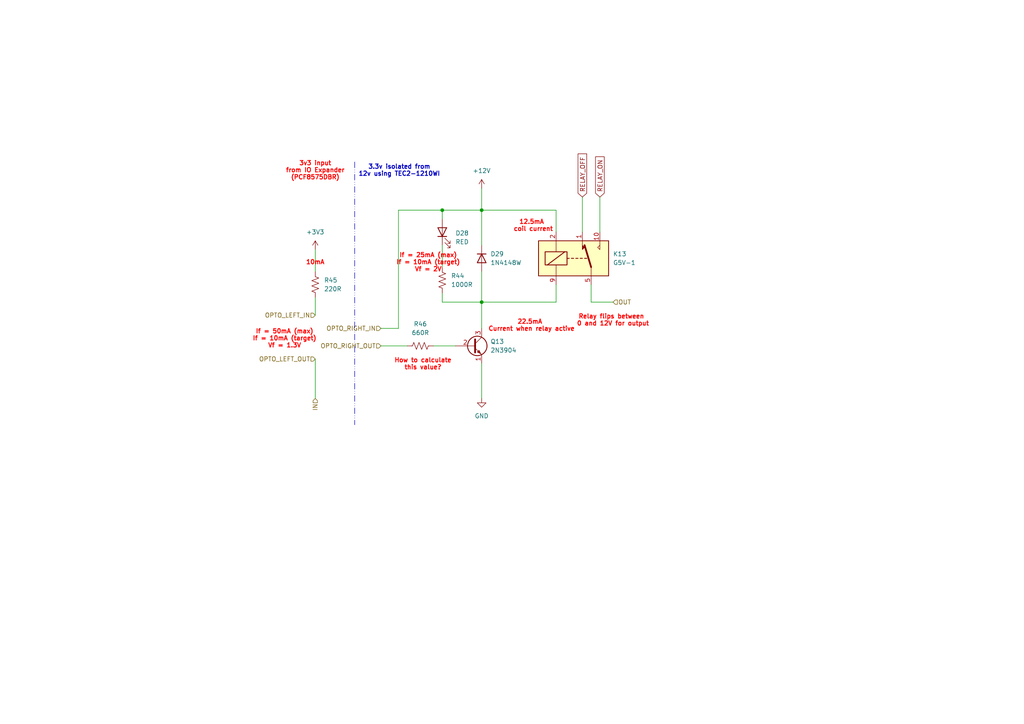
<source format=kicad_sch>
(kicad_sch (version 20231120) (generator "eeschema") (generator_version "8.0")
  (paper "A4")
  (lib_symbols
    (symbol "Device:D" (pin_numbers hide) (pin_names (offset 1.016) hide)
      (property "Reference" "D" (at 0 2.54 0))
      (property "Value" "D" (at 0 -2.54 0))
      (symbol "D_0_1"
        (polyline (pts (xy -1.27 1.27) (xy -1.27 -1.27)) (stroke (width 0.254)))
        (polyline (pts (xy 1.27 0) (xy -1.27 0)))
        (polyline (pts (xy 1.27 1.27) (xy 1.27 -1.27) (xy -1.27 0) (xy 1.27 1.27)) (stroke (width 0.254)))
      )
      (symbol "D_1_1"
        (pin passive line (at -3.81 0 0) (length 2.54) (name "K") (number "1"))
        (pin passive line (at 3.81 0 180) (length 2.54) (name "A") (number "2"))
      )
    )
    (symbol "Device:LED" (pin_numbers hide) (pin_names (offset 1.016) hide)
      (property "Reference" "D" (at 0 2.54 0))
      (property "Value" "LED" (at 0 -2.54 0))
      (symbol "LED_0_1"
        (polyline (pts (xy -1.27 -1.27) (xy -1.27 1.27)) (stroke (width 0.254)))
        (polyline (pts (xy -1.27 0) (xy 1.27 0)))
        (polyline (pts (xy 1.27 -1.27) (xy 1.27 1.27) (xy -1.27 0) (xy 1.27 -1.27)) (stroke (width 0.254)))
        (polyline (pts (xy -3.048 -0.762) (xy -4.572 -2.286) (xy -3.81 -2.286) (xy -4.572 -2.286) (xy -4.572 -1.524)))
        (polyline (pts (xy -1.778 -0.762) (xy -3.302 -2.286) (xy -2.54 -2.286) (xy -3.302 -2.286) (xy -3.302 -1.524)))
      )
      (symbol "LED_1_1"
        (pin passive line (at -3.81 0 0) (length 2.54) (name "K") (number "1"))
        (pin passive line (at 3.81 0 180) (length 2.54) (name "A") (number "2"))
      )
    )
    (symbol "Device:R_US" (pin_numbers hide) (pin_names (offset 0))
      (property "Reference" "R" (at 2.54 0 90))
      (property "Value" "R_US" (at -2.54 0 90))
      (symbol "R_US_0_1"
        (polyline (pts (xy 0 -2.286) (xy 0 -2.54)))
        (polyline (pts (xy 0 2.286) (xy 0 2.54)))
        (polyline (pts (xy 0 -0.762) (xy 1.016 -1.143) (xy 0 -1.524) (xy -1.016 -1.905) (xy 0 -2.286)))
        (polyline (pts (xy 0 0.762) (xy 1.016 0.381) (xy 0 0) (xy -1.016 -0.381) (xy 0 -0.762)))
        (polyline (pts (xy 0 2.286) (xy 1.016 1.905) (xy 0 1.524) (xy -1.016 1.143) (xy 0 0.762)))
      )
      (symbol "R_US_1_1"
        (pin passive line (at 0 3.81 270) (length 1.27) (name "~") (number "1"))
        (pin passive line (at 0 -3.81 90) (length 1.27) (name "~") (number "2"))
      )
    )
    (symbol "Relay:G5V-1"
      (property "Reference" "K" (at 11.43 3.81 0))
      (property "Value" "G5V-1" (at 11.43 1.27 0))
      (symbol "G5V-1_0_0"
        (polyline (pts (xy 7.62 5.08) (xy 7.62 2.54) (xy 6.985 3.175) (xy 7.62 3.81)))
      )
      (symbol "G5V-1_0_1"
        (rectangle (start -10.16 5.08) (end 10.16 -5.08) (stroke (width 0.254)) (fill (type background)))
        (rectangle (start -8.255 1.905) (end -1.905 -1.905) (stroke (width 0.254)))
        (polyline (pts (xy -7.62 -1.905) (xy -2.54 1.905)) (stroke (width 0.254)))
        (polyline (pts (xy -5.08 -5.08) (xy -5.08 -1.905)))
        (polyline (pts (xy -5.08 5.08) (xy -5.08 1.905)))
        (polyline (pts (xy -1.905 0) (xy -1.27 0)) (stroke (width 0.254)))
        (polyline (pts (xy -0.635 0) (xy 0 0)) (stroke (width 0.254)))
        (polyline (pts (xy 0.635 0) (xy 1.27 0)) (stroke (width 0.254)))
        (polyline (pts (xy 1.905 0) (xy 2.54 0)) (stroke (width 0.254)))
        (polyline (pts (xy 3.175 0) (xy 3.81 0)) (stroke (width 0.254)))
        (polyline (pts (xy 5.08 -2.54) (xy 3.175 3.81)) (stroke (width 0.508)))
        (polyline (pts (xy 5.08 -2.54) (xy 5.08 -5.08)))
        (polyline (pts (xy 2.54 5.08) (xy 2.54 2.54) (xy 3.175 3.175) (xy 2.54 3.81)) (fill (type outline)))
      )
      (symbol "G5V-1_1_1"
        (pin passive line (at 2.54 7.62 270) (length 2.54) (name "~") (number "1"))
        (pin passive line (at 7.62 7.62 270) (length 2.54) (name "~") (number "10"))
        (pin passive line (at -5.08 7.62 270) (length 2.54) (name "~") (number "2"))
        (pin passive line (at 5.08 -7.62 90) (length 2.54) (name "~") (number "5"))
        (pin passive line (at 5.08 -7.62 90) (length 2.54) hide (name "~") (number "6"))
        (pin passive line (at -5.08 -7.62 90) (length 2.54) (name "~") (number "9"))
      )
    )
    (symbol "Transistor_BJT:2N3904" (pin_names (offset 0) hide)
      (property "Reference" "Q" (at 5.08 1.905 0))
      (property "Value" "2N3904" (at 5.08 0 0))
      (symbol "2N3904_0_1"
        (polyline (pts (xy 0.635 0.635) (xy 2.54 2.54)))
        (polyline (pts (xy 0.635 -0.635) (xy 2.54 -2.54) (xy 2.54 -2.54)))
        (polyline (pts (xy 0.635 1.905) (xy 0.635 -1.905) (xy 0.635 -1.905)) (stroke (width 0.508)))
        (polyline (pts (xy 1.27 -1.778) (xy 1.778 -1.27) (xy 2.286 -2.286) (xy 1.27 -1.778) (xy 1.27 -1.778)) (fill (type outline)))
        (circle (center 1.27 0) (radius 2.8194) (stroke (width 0.254)))
      )
      (symbol "2N3904_1_1"
        (pin passive line (at 2.54 -5.08 90) (length 2.54) (name "E") (number "1"))
        (pin passive line (at -5.08 0 0) (length 5.715) (name "B") (number "2"))
        (pin passive line (at 2.54 5.08 270) (length 2.54) (name "C") (number "3"))
      )
    )
    (symbol "power:+12V" (power) (pin_numbers hide) (pin_names (offset 0) hide)
      (property "Value" "+12V" (at 0 3.556 0))
      (symbol "+12V_0_1"
        (polyline (pts (xy -0.762 1.27) (xy 0 2.54)))
        (polyline (pts (xy 0 0) (xy 0 2.54)))
        (polyline (pts (xy 0 2.54) (xy 0.762 1.27)))
      )
      (symbol "+12V_1_1"
        (pin power_in line (at 0 0 90) (length 0) (name "~") (number "1"))
      )
    )
    (symbol "power:+3V3" (power) (pin_numbers hide) (pin_names (offset 0) hide)
      (property "Value" "+3V3" (at 0 3.556 0))
      (symbol "+3V3_0_1"
        (polyline (pts (xy -0.762 1.27) (xy 0 2.54)))
        (polyline (pts (xy 0 0) (xy 0 2.54)))
        (polyline (pts (xy 0 2.54) (xy 0.762 1.27)))
      )
      (symbol "+3V3_1_1"
        (pin power_in line (at 0 0 90) (length 0) (name "~") (number "1"))
      )
    )
    (symbol "power:GND" (power) (pin_numbers hide) (pin_names (offset 0) hide)
      (property "Value" "GND" (at 0 -3.81 0))
      (symbol "GND_0_1"
        (polyline (pts (xy 0 0) (xy 0 -1.27) (xy 1.27 -1.27) (xy 0 -2.54) (xy -1.27 -1.27) (xy 0 -1.27)))
      )
      (symbol "GND_1_1"
        (pin power_in line (at 0 0 270) (length 0) (name "~") (number "1"))
      )
    )
  )
  (junction (at 139.7 60.96))
  (junction (at 139.7 87.63))
  (junction (at 128.27 60.96))
  (wire (pts (xy 161.29 67.31) (xy 161.29 60.96)))
  (wire (pts (xy 139.7 87.63) (xy 139.7 95.25)))
  (wire (pts (xy 110.49 95.25) (xy 115.57 95.25)))
  (wire (pts (xy 128.27 87.63) (xy 139.7 87.63)))
  (wire (pts (xy 177.8 87.63) (xy 171.45 87.63)))
  (wire (pts (xy 115.57 60.96) (xy 115.57 95.25)))
  (wire (pts (xy 91.44 86.36) (xy 91.44 91.44)))
  (wire (pts (xy 128.27 60.96) (xy 139.7 60.96)))
  (polyline (pts (xy 102.87 46.99) (xy 102.87 123.19)) (stroke (width 0) (type dash_dot_dot)))
  (wire (pts (xy 139.7 78.74) (xy 139.7 87.63)))
  (wire (pts (xy 139.7 54.61) (xy 139.7 60.96)))
  (wire (pts (xy 139.7 87.63) (xy 161.29 87.63)))
  (wire (pts (xy 173.99 57.15) (xy 173.99 67.31)))
  (wire (pts (xy 125.73 100.33) (xy 132.08 100.33)))
  (wire (pts (xy 91.44 72.39) (xy 91.44 78.74)))
  (wire (pts (xy 128.27 85.09) (xy 128.27 87.63)))
  (wire (pts (xy 161.29 87.63) (xy 161.29 82.55)))
  (wire (pts (xy 171.45 87.63) (xy 171.45 82.55)))
  (wire (pts (xy 128.27 71.12) (xy 128.27 77.47)))
  (wire (pts (xy 128.27 63.5) (xy 128.27 60.96)))
  (wire (pts (xy 168.91 57.15) (xy 168.91 67.31)))
  (wire (pts (xy 110.49 100.33) (xy 118.11 100.33)))
  (wire (pts (xy 139.7 60.96) (xy 161.29 60.96)))
  (wire (pts (xy 139.7 105.41) (xy 139.7 115.57)))
  (wire (pts (xy 115.57 60.96) (xy 128.27 60.96)))
  (wire (pts (xy 91.44 115.57) (xy 91.44 104.14)))
  (wire (pts (xy 139.7 60.96) (xy 139.7 71.12)))
  (text "12.5mA \ncoil current" (at 154.686 65.532 0) (effects (font (size 1.27 1.27) (thickness 0.254) (bold yes))))
  (text "10mA" (at 91.44 76.2 0) (effects (font (size 1.27 1.27) (thickness 0.254) (bold yes))))
  (text "3.3v isolated from\n12v using TEC2-1210WI" (at 115.824 49.53 0) (effects (font (size 1.27 1.27) (bold yes))))
  (text "Relay flips between \n0 and 12V for output" (at 177.8 92.964 0) (effects (font (size 1.27 1.27) (thickness 0.254) (bold yes))))
  (text "If = 50mA (max)\nIf = 10mA (target)\nVf = 1.3V" (at 82.55 98.298 0) (effects (font (size 1.27 1.27) (thickness 0.254) (bold yes))))
  (text "How to calculate\nthis value?" (at 122.682 105.664 0) (effects (font (size 1.27 1.27) (thickness 0.254) (bold yes))))
  (text "22.5mA \nCurrent when relay active" (at 154.178 94.488 0) (effects (font (size 1.27 1.27) (thickness 0.254) (bold yes))))
  (text "3v3 input\nfrom IO Expander\n(PCF8575DBR)" (at 91.44 49.53 0) (effects (font (size 1.27 1.27) (thickness 0.254) (bold yes))))
  (text "If = 25mA (max)\nIf = 10mA (target)\nVf = 2V" (at 124.206 76.2 0) (effects (font (size 1.27 1.27) (thickness 0.254) (bold yes))))
  (global_label "RELAY_ON" (shape input) (at 173.99 57.15 90) (property "Intersheetrefs" "${INTERSHEET_REFS}" (effects (hide yes))))
  (global_label "RELAY_OFF" (shape input) (at 168.91 57.15 90) (property "Intersheetrefs" "${INTERSHEET_REFS}" (effects (hide yes))))
  (hierarchical_label "OPTO_LEFT_IN" (shape input) (at 91.44 91.44 180))
  (hierarchical_label "OUT" (shape input) (at 177.8 87.63 0))
  (hierarchical_label "OPTO_RIGHT_IN" (shape input) (at 110.49 95.25 180))
  (hierarchical_label "OPTO_RIGHT_OUT" (shape input) (at 110.49 100.33 180))
  (hierarchical_label "OPTO_LEFT_OUT" (shape input) (at 91.44 104.14 180))
  (hierarchical_label "IN" (shape input) (at 91.44 115.57 270))
  (symbol (lib_id "power:+3V3") (at 91.44 72.39 0) (unit 1)
    (property "Reference" "#PWR052" (effects (hide yes)))
    (property "Value" "+3V3" (at 91.44 67.31 0))
    (property "Description" "Power symbol creates a global label with name \"+3V3\"" (effects (hide yes)))
    (instances (project "RS232-Relay" (path "" (reference "#PWR052") (unit 1)) (path "" (reference "#PWR02") (unit 1)) (path "" (reference "#PWR028") (unit 1)) (path "" (reference "#PWR032") (unit 1)) (path "" (reference "#PWR033") (unit 1)) (path "" (reference "#PWR037") (unit 1)) (path "" (reference "#PWR040") (unit 1)) (path "" (reference "#PWR043") (unit 1)) (path "" (reference "#PWR046") (unit 1)) (path "" (reference "#PWR049") (unit 1)) (path "" (reference "#PWR055") (unit 1)) (path "" (reference "#PWR057") (unit 1))))
  )
  (symbol (lib_id "power:+12V") (at 139.7 54.61 0) (unit 1)
    (property "Reference" "#PWR014" (effects (hide yes)))
    (property "Value" "+12V" (at 139.7 49.53 0))
    (property "Description" "Power symbol creates a global label with name \"+12V\"" (effects (hide yes)))
    (instances (project "RS232-Relay" (path "" (reference "#PWR014") (unit 1)) (path "" (reference "#PWR071") (unit 1)) (path "" (reference "#PWR074") (unit 1)) (path "" (reference "#PWR01") (unit 1)) (path "" (reference "#PWR027") (unit 1)) (path "" (reference "#PWR036") (unit 1)) (path "" (reference "#PWR039") (unit 1)) (path "" (reference "#PWR042") (unit 1)) (path "" (reference "#PWR045") (unit 1)) (path "" (reference "#PWR048") (unit 1)) (path "" (reference "#PWR051") (unit 1)) (path "" (reference "#PWR054") (unit 1))))
  )
  (symbol (lib_id "Device:R_US") (at 121.92 100.33 90) (unit 1)
    (property "Reference" "R46" (at 121.92 93.98 90))
    (property "Value" "660R" (at 121.92 96.52 90))
    (property "Footprint" "Resistor_SMD:R_0603_1608Metric" (effects (hide yes)))
    (property "Description" "Resistor, US symbol" (effects (hide yes)))
    (property "LCSC" "C21189" (effects (hide yes)))
    (instances (project "RS232-Relay" (path "" (reference "R46") (unit 1)) (path "" (reference "R49") (unit 1)) (path "" (reference "R52") (unit 1)) (path "" (reference "R5") (unit 1)) (path "" (reference "R13") (unit 1)) (path "" (reference "R16") (unit 1)) (path "" (reference "R19") (unit 1)) (path "" (reference "R22") (unit 1)) (path "" (reference "R25") (unit 1)) (path "" (reference "R28") (unit 1)) (path "" (reference "R31") (unit 1)) (path "" (reference "R34") (unit 1))))
  )
  (symbol (lib_id "power:GND") (at 139.7 115.57 0) (unit 1)
    (property "Reference" "#PWR070" (effects (hide yes)))
    (property "Value" "GND" (at 139.7 120.65 0))
    (property "Description" "Power symbol creates a global label with name \"GND\" , ground" (effects (hide yes)))
    (instances (project "RS232-Relay" (path "" (reference "#PWR070") (unit 1)) (path "" (reference "#PWR073") (unit 1)) (path "" (reference "#PWR076") (unit 1)) (path "" (reference "#PWR05") (unit 1)) (path "" (reference "#PWR035") (unit 1)) (path "" (reference "#PWR038") (unit 1)) (path "" (reference "#PWR041") (unit 1)) (path "" (reference "#PWR044") (unit 1)) (path "" (reference "#PWR047") (unit 1)) (path "" (reference "#PWR050") (unit 1)) (path "" (reference "#PWR053") (unit 1)) (path "" (reference "#PWR056") (unit 1))))
  )
  (symbol (lib_id "Device:R_US") (at 91.44 82.55 180) (unit 1)
    (property "Reference" "R45" (at 93.98 81.2799 0) (effects (justify right)))
    (property "Value" "220R" (at 93.98 83.8199 0) (effects (justify right)))
    (property "Footprint" "Resistor_SMD:R_0603_1608Metric" (effects (hide yes)))
    (property "Description" "Resistor, US symbol" (effects (hide yes)))
    (property "LCSC" "C22962" (effects (hide yes)))
    (instances (project "RS232-Relay" (path "" (reference "R45") (unit 1)) (path "" (reference "R48") (unit 1)) (path "" (reference "R51") (unit 1)) (path "" (reference "R3") (unit 1)) (path "" (reference "R12") (unit 1)) (path "" (reference "R15") (unit 1)) (path "" (reference "R18") (unit 1)) (path "" (reference "R21") (unit 1)) (path "" (reference "R24") (unit 1)) (path "" (reference "R27") (unit 1)) (path "" (reference "R30") (unit 1)) (path "" (reference "R33") (unit 1))))
  )
  (symbol (lib_id "Transistor_BJT:2N3904") (at 137.16 100.33 0) (unit 1)
    (property "Reference" "Q13" (at 142.24 99.0599 0) (effects (justify left)))
    (property "Value" "2N3904" (at 142.24 101.5999 0) (effects (justify left)))
    (property "Footprint" "Package_TO_SOT_SMD:SOT-23" (effects (hide yes)))
    (property "Datasheet" "https://www.onsemi.com/pub/Collateral/2N3903-D.PDF" (effects (hide yes)))
    (property "Description" "0.2A Ic, 40V Vce, Small Signal NPN Transistor, TO-92" (effects (hide yes)))
    (property "LCSC" "C20526" (effects (hide yes)))
    (instances (project "RS232-Relay" (path "" (reference "Q13") (unit 1)) (path "" (reference "Q14") (unit 1)) (path "" (reference "Q15") (unit 1)) (path "" (reference "Q1") (unit 1)) (path "" (reference "Q2") (unit 1)) (path "" (reference "Q3") (unit 1)) (path "" (reference "Q4") (unit 1)) (path "" (reference "Q5") (unit 1)) (path "" (reference "Q6") (unit 1)) (path "" (reference "Q7") (unit 1)) (path "" (reference "Q8") (unit 1)) (path "" (reference "Q9") (unit 1))))
  )
  (symbol (lib_id "Device:R_US") (at 128.27 81.28 0) (unit 1)
    (property "Reference" "R44" (at 130.81 80.0099 0) (effects (justify left)))
    (property "Value" "1000R" (at 130.81 82.5499 0) (effects (justify left)))
    (property "Footprint" "Resistor_SMD:R_0603_1608Metric" (effects (hide yes)))
    (property "Description" "Resistor, US symbol" (effects (hide yes)))
    (property "LCSC" "C21190" (effects (hide yes)))
    (instances (project "RS232-Relay" (path "" (reference "R44") (unit 1)) (path "" (reference "R47") (unit 1)) (path "" (reference "R50") (unit 1)) (path "" (reference "R2") (unit 1)) (path "" (reference "R11") (unit 1)) (path "" (reference "R14") (unit 1)) (path "" (reference "R17") (unit 1)) (path "" (reference "R20") (unit 1)) (path "" (reference "R23") (unit 1)) (path "" (reference "R26") (unit 1)) (path "" (reference "R29") (unit 1)) (path "" (reference "R32") (unit 1))))
  )
  (symbol (lib_id "Device:LED") (at 128.27 67.31 90) (unit 1)
    (property "Reference" "D28" (at 132.08 67.6274 90) (effects (justify right)))
    (property "Value" "RED" (at 132.08 70.1674 90) (effects (justify right)))
    (property "Footprint" "LED_SMD:LED_0805_2012Metric" (effects (hide yes)))
    (property "Description" "Light emitting diode" (effects (hide yes)))
    (property "LCSC" "C84256" (effects (hide yes)))
    (instances (project "RS232-Relay" (path "" (reference "D28") (unit 1)) (path "" (reference "D30") (unit 1)) (path "" (reference "D32") (unit 1)) (path "" (reference "D1") (unit 1)) (path "" (reference "D3") (unit 1)) (path "" (reference "D8") (unit 1)) (path "" (reference "D10") (unit 1)) (path "" (reference "D12") (unit 1)) (path "" (reference "D14") (unit 1)) (path "" (reference "D16") (unit 1)) (path "" (reference "D18") (unit 1)) (path "" (reference "D20") (unit 1))))
  )
  (symbol (lib_id "Relay:G5V-1") (at 166.37 74.93 0) (unit 1)
    (property "Reference" "K13" (at 177.8 73.6599 0) (effects (justify left)))
    (property "Value" "G5V-1" (at 177.8 76.1999 0) (effects (justify left)))
    (property "Footprint" "Relay_THT:Relay_SPDT_Omron_G5V-1" (effects (hide yes)))
    (property "Datasheet" "http://omronfs.omron.com/en_US/ecb/products/pdf/en-g5v_1.pdf" (effects (hide yes)))
    (property "Description" "Ultra-miniature, Highly Sensitive SPDT Relay for Signal Circuits" (effects (hide yes)))
    (instances (project "RS232-Relay" (path "" (reference "K13") (unit 1)) (path "" (reference "K14") (unit 1)) (path "" (reference "K15") (unit 1)) (path "" (reference "K1") (unit 1)) (path "" (reference "K2") (unit 1)) (path "" (reference "K3") (unit 1)) (path "" (reference "K4") (unit 1)) (path "" (reference "K5") (unit 1)) (path "" (reference "K6") (unit 1)) (path "" (reference "K7") (unit 1)) (path "" (reference "K8") (unit 1)) (path "" (reference "K9") (unit 1))))
  )
  (symbol (lib_id "Device:D") (at 139.7 74.93 270) (unit 1)
    (property "Reference" "D29" (at 142.24 73.6599 90) (effects (justify left)))
    (property "Value" "1N4148W" (at 142.24 76.1999 90) (effects (justify left)))
    (property "Footprint" "Diode_SMD:D_SOD-123" (effects (hide yes)))
    (property "Sim.Device" "D" (effects (hide yes)))
    (property "Sim.Pins" "1=K 2=A" (effects (hide yes)))
    (property "LCSC" "C2099" (effects (hide yes)))
    (instances (project "RS232-Relay" (path "" (reference "D29") (unit 1)) (path "" (reference "D31") (unit 1)) (path "" (reference "D33") (unit 1)) (path "" (reference "D2") (unit 1)) (path "" (reference "D4") (unit 1)) (path "" (reference "D9") (unit 1)) (path "" (reference "D11") (unit 1)) (path "" (reference "D13") (unit 1)) (path "" (reference "D15") (unit 1)) (path "" (reference "D17") (unit 1)) (path "" (reference "D19") (unit 1)) (path "" (reference "D21") (unit 1))))
  )
)
</source>
